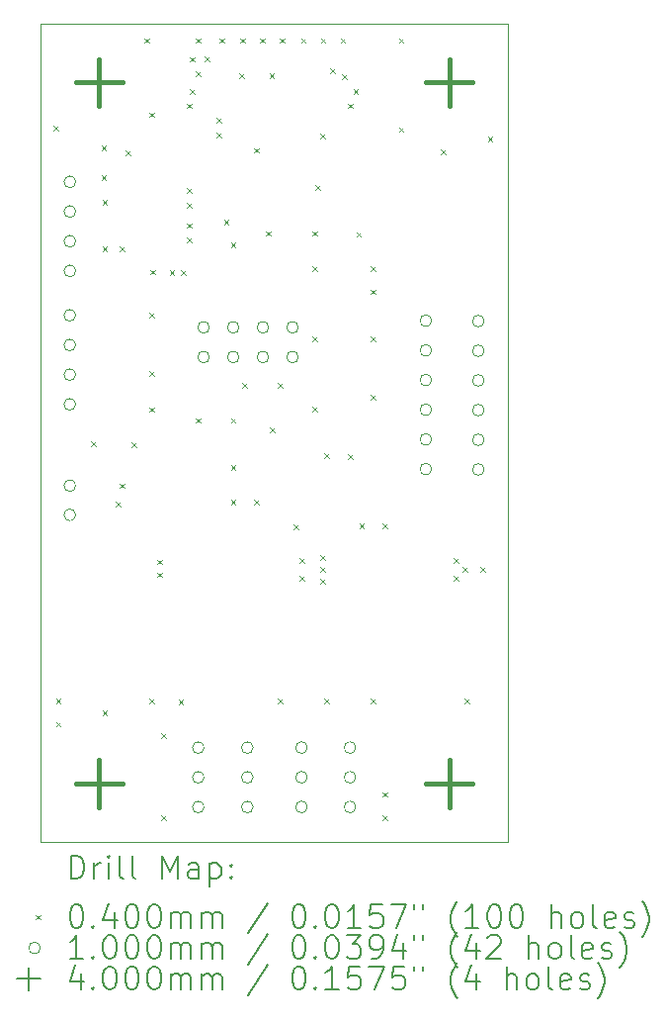
<source format=gbr>
%TF.GenerationSoftware,KiCad,Pcbnew,8.0.8*%
%TF.CreationDate,2025-02-17T10:13:49+00:00*%
%TF.ProjectId,receiver-esp32-c6,72656365-6976-4657-922d-65737033322d,rev?*%
%TF.SameCoordinates,Original*%
%TF.FileFunction,Drillmap*%
%TF.FilePolarity,Positive*%
%FSLAX45Y45*%
G04 Gerber Fmt 4.5, Leading zero omitted, Abs format (unit mm)*
G04 Created by KiCad (PCBNEW 8.0.8) date 2025-02-17 10:13:49*
%MOMM*%
%LPD*%
G01*
G04 APERTURE LIST*
%ADD10C,0.050000*%
%ADD11C,0.200000*%
%ADD12C,0.100000*%
%ADD13C,0.400000*%
G04 APERTURE END LIST*
D10*
X16250000Y-12250000D02*
X12250000Y-12250000D01*
X12250000Y-12250000D02*
X12250000Y-5250000D01*
X16250000Y-5250000D02*
X16250000Y-12250000D01*
X12250000Y-5250000D02*
X16250000Y-5250000D01*
D11*
D12*
X12360000Y-6122000D02*
X12400000Y-6162000D01*
X12400000Y-6122000D02*
X12360000Y-6162000D01*
X12380000Y-11022000D02*
X12420000Y-11062000D01*
X12420000Y-11022000D02*
X12380000Y-11062000D01*
X12380000Y-11222000D02*
X12420000Y-11262000D01*
X12420000Y-11222000D02*
X12380000Y-11262000D01*
X12680000Y-8822000D02*
X12720000Y-8862000D01*
X12720000Y-8822000D02*
X12680000Y-8862000D01*
X12770000Y-6292000D02*
X12810000Y-6332000D01*
X12810000Y-6292000D02*
X12770000Y-6332000D01*
X12770000Y-6542000D02*
X12810000Y-6582000D01*
X12810000Y-6542000D02*
X12770000Y-6582000D01*
X12780000Y-6755000D02*
X12820000Y-6795000D01*
X12820000Y-6755000D02*
X12780000Y-6795000D01*
X12780000Y-7155000D02*
X12820000Y-7195000D01*
X12820000Y-7155000D02*
X12780000Y-7195000D01*
X12780000Y-11122000D02*
X12820000Y-11162000D01*
X12820000Y-11122000D02*
X12780000Y-11162000D01*
X12894200Y-9339200D02*
X12934200Y-9379200D01*
X12934200Y-9339200D02*
X12894200Y-9379200D01*
X12930000Y-7155000D02*
X12970000Y-7195000D01*
X12970000Y-7155000D02*
X12930000Y-7195000D01*
X12930000Y-9180000D02*
X12970000Y-9220000D01*
X12970000Y-9180000D02*
X12930000Y-9220000D01*
X12980000Y-6330000D02*
X13020000Y-6370000D01*
X13020000Y-6330000D02*
X12980000Y-6370000D01*
X13030000Y-8830000D02*
X13070000Y-8870000D01*
X13070000Y-8830000D02*
X13030000Y-8870000D01*
X13140000Y-5372000D02*
X13180000Y-5412000D01*
X13180000Y-5372000D02*
X13140000Y-5412000D01*
X13180000Y-6005000D02*
X13220000Y-6045000D01*
X13220000Y-6005000D02*
X13180000Y-6045000D01*
X13180000Y-7722000D02*
X13220000Y-7762000D01*
X13220000Y-7722000D02*
X13180000Y-7762000D01*
X13180000Y-8222000D02*
X13220000Y-8262000D01*
X13220000Y-8222000D02*
X13180000Y-8262000D01*
X13180000Y-8530000D02*
X13220000Y-8570000D01*
X13220000Y-8530000D02*
X13180000Y-8570000D01*
X13180000Y-11022000D02*
X13220000Y-11062000D01*
X13220000Y-11022000D02*
X13180000Y-11062000D01*
X13190000Y-7352000D02*
X13230000Y-7392000D01*
X13230000Y-7352000D02*
X13190000Y-7392000D01*
X13250000Y-9832000D02*
X13290000Y-9872000D01*
X13290000Y-9832000D02*
X13250000Y-9872000D01*
X13250000Y-9942000D02*
X13290000Y-9982000D01*
X13290000Y-9942000D02*
X13250000Y-9982000D01*
X13280000Y-11322000D02*
X13320000Y-11362000D01*
X13320000Y-11322000D02*
X13280000Y-11362000D01*
X13280000Y-12022000D02*
X13320000Y-12062000D01*
X13320000Y-12022000D02*
X13280000Y-12062000D01*
X13355000Y-7355000D02*
X13395000Y-7395000D01*
X13395000Y-7355000D02*
X13355000Y-7395000D01*
X13430000Y-11030000D02*
X13470000Y-11070000D01*
X13470000Y-11030000D02*
X13430000Y-11070000D01*
X13455000Y-7355000D02*
X13495000Y-7395000D01*
X13495000Y-7355000D02*
X13455000Y-7395000D01*
X13505000Y-5930000D02*
X13545000Y-5970000D01*
X13545000Y-5930000D02*
X13505000Y-5970000D01*
X13505000Y-6655000D02*
X13545000Y-6695000D01*
X13545000Y-6655000D02*
X13505000Y-6695000D01*
X13505000Y-6780000D02*
X13545000Y-6820000D01*
X13545000Y-6780000D02*
X13505000Y-6820000D01*
X13505000Y-6955000D02*
X13545000Y-6995000D01*
X13545000Y-6955000D02*
X13505000Y-6995000D01*
X13505000Y-7080000D02*
X13545000Y-7120000D01*
X13545000Y-7080000D02*
X13505000Y-7120000D01*
X13530000Y-5531000D02*
X13570000Y-5571000D01*
X13570000Y-5531000D02*
X13530000Y-5571000D01*
X13530000Y-5805000D02*
X13570000Y-5845000D01*
X13570000Y-5805000D02*
X13530000Y-5845000D01*
X13580000Y-5372000D02*
X13620000Y-5412000D01*
X13620000Y-5372000D02*
X13580000Y-5412000D01*
X13580000Y-5655000D02*
X13620000Y-5695000D01*
X13620000Y-5655000D02*
X13580000Y-5695000D01*
X13580000Y-8622000D02*
X13620000Y-8662000D01*
X13620000Y-8622000D02*
X13580000Y-8662000D01*
X13655000Y-5530000D02*
X13695000Y-5570000D01*
X13695000Y-5530000D02*
X13655000Y-5570000D01*
X13755000Y-6055000D02*
X13795000Y-6095000D01*
X13795000Y-6055000D02*
X13755000Y-6095000D01*
X13755000Y-6180000D02*
X13795000Y-6220000D01*
X13795000Y-6180000D02*
X13755000Y-6220000D01*
X13780000Y-5372000D02*
X13820000Y-5412000D01*
X13820000Y-5372000D02*
X13780000Y-5412000D01*
X13820000Y-6922000D02*
X13860000Y-6962000D01*
X13860000Y-6922000D02*
X13820000Y-6962000D01*
X13880000Y-7122000D02*
X13920000Y-7162000D01*
X13920000Y-7122000D02*
X13880000Y-7162000D01*
X13880000Y-8622000D02*
X13920000Y-8662000D01*
X13920000Y-8622000D02*
X13880000Y-8662000D01*
X13880000Y-9022000D02*
X13920000Y-9062000D01*
X13920000Y-9022000D02*
X13880000Y-9062000D01*
X13880000Y-9322000D02*
X13920000Y-9362000D01*
X13920000Y-9322000D02*
X13880000Y-9362000D01*
X13950000Y-5672000D02*
X13990000Y-5712000D01*
X13990000Y-5672000D02*
X13950000Y-5712000D01*
X13960000Y-5372000D02*
X14000000Y-5412000D01*
X14000000Y-5372000D02*
X13960000Y-5412000D01*
X13980000Y-8322000D02*
X14020000Y-8362000D01*
X14020000Y-8322000D02*
X13980000Y-8362000D01*
X14080000Y-6312000D02*
X14120000Y-6352000D01*
X14120000Y-6312000D02*
X14080000Y-6352000D01*
X14080000Y-9322000D02*
X14120000Y-9362000D01*
X14120000Y-9322000D02*
X14080000Y-9362000D01*
X14130000Y-5372000D02*
X14170000Y-5412000D01*
X14170000Y-5372000D02*
X14130000Y-5412000D01*
X14180000Y-7022000D02*
X14220000Y-7062000D01*
X14220000Y-7022000D02*
X14180000Y-7062000D01*
X14210000Y-5672000D02*
X14250000Y-5712000D01*
X14250000Y-5672000D02*
X14210000Y-5712000D01*
X14215000Y-8704200D02*
X14255000Y-8744200D01*
X14255000Y-8704200D02*
X14215000Y-8744200D01*
X14280000Y-8322000D02*
X14320000Y-8362000D01*
X14320000Y-8322000D02*
X14280000Y-8362000D01*
X14280000Y-11022000D02*
X14320000Y-11062000D01*
X14320000Y-11022000D02*
X14280000Y-11062000D01*
X14300000Y-5372000D02*
X14340000Y-5412000D01*
X14340000Y-5372000D02*
X14300000Y-5412000D01*
X14418200Y-9530000D02*
X14458200Y-9570000D01*
X14458200Y-9530000D02*
X14418200Y-9570000D01*
X14469000Y-9821800D02*
X14509000Y-9861800D01*
X14509000Y-9821800D02*
X14469000Y-9861800D01*
X14469000Y-9974200D02*
X14509000Y-10014200D01*
X14509000Y-9974200D02*
X14469000Y-10014200D01*
X14480000Y-5372000D02*
X14520000Y-5412000D01*
X14520000Y-5372000D02*
X14480000Y-5412000D01*
X14580000Y-7022000D02*
X14620000Y-7062000D01*
X14620000Y-7022000D02*
X14580000Y-7062000D01*
X14580000Y-7322000D02*
X14620000Y-7362000D01*
X14620000Y-7322000D02*
X14580000Y-7362000D01*
X14580000Y-7922000D02*
X14620000Y-7962000D01*
X14620000Y-7922000D02*
X14580000Y-7962000D01*
X14580000Y-8522000D02*
X14620000Y-8562000D01*
X14620000Y-8522000D02*
X14580000Y-8562000D01*
X14605000Y-6630000D02*
X14645000Y-6670000D01*
X14645000Y-6630000D02*
X14605000Y-6670000D01*
X14646800Y-6189600D02*
X14686800Y-6229600D01*
X14686800Y-6189600D02*
X14646800Y-6229600D01*
X14646800Y-9796400D02*
X14686800Y-9836400D01*
X14686800Y-9796400D02*
X14646800Y-9836400D01*
X14646800Y-9898000D02*
X14686800Y-9938000D01*
X14686800Y-9898000D02*
X14646800Y-9938000D01*
X14646800Y-9999600D02*
X14686800Y-10039600D01*
X14686800Y-9999600D02*
X14646800Y-10039600D01*
X14650000Y-5372000D02*
X14690000Y-5412000D01*
X14690000Y-5372000D02*
X14650000Y-5412000D01*
X14680000Y-8922000D02*
X14720000Y-8962000D01*
X14720000Y-8922000D02*
X14680000Y-8962000D01*
X14680000Y-11022000D02*
X14720000Y-11062000D01*
X14720000Y-11022000D02*
X14680000Y-11062000D01*
X14730000Y-5630000D02*
X14770000Y-5670000D01*
X14770000Y-5630000D02*
X14730000Y-5670000D01*
X14820000Y-5372000D02*
X14860000Y-5412000D01*
X14860000Y-5372000D02*
X14820000Y-5412000D01*
X14830000Y-5680000D02*
X14870000Y-5720000D01*
X14870000Y-5680000D02*
X14830000Y-5720000D01*
X14880000Y-5930000D02*
X14920000Y-5970000D01*
X14920000Y-5930000D02*
X14880000Y-5970000D01*
X14880000Y-8930000D02*
X14920000Y-8970000D01*
X14920000Y-8930000D02*
X14880000Y-8970000D01*
X14930000Y-5805000D02*
X14970000Y-5845000D01*
X14970000Y-5805000D02*
X14930000Y-5845000D01*
X14955000Y-7030000D02*
X14995000Y-7070000D01*
X14995000Y-7030000D02*
X14955000Y-7070000D01*
X14980000Y-9522000D02*
X15020000Y-9562000D01*
X15020000Y-9522000D02*
X14980000Y-9562000D01*
X15080000Y-7322000D02*
X15120000Y-7362000D01*
X15120000Y-7322000D02*
X15080000Y-7362000D01*
X15080000Y-7522000D02*
X15120000Y-7562000D01*
X15120000Y-7522000D02*
X15080000Y-7562000D01*
X15080000Y-7922000D02*
X15120000Y-7962000D01*
X15120000Y-7922000D02*
X15080000Y-7962000D01*
X15080000Y-8422000D02*
X15120000Y-8462000D01*
X15120000Y-8422000D02*
X15080000Y-8462000D01*
X15080000Y-11022000D02*
X15120000Y-11062000D01*
X15120000Y-11022000D02*
X15080000Y-11062000D01*
X15180000Y-9522000D02*
X15220000Y-9562000D01*
X15220000Y-9522000D02*
X15180000Y-9562000D01*
X15180000Y-11822000D02*
X15220000Y-11862000D01*
X15220000Y-11822000D02*
X15180000Y-11862000D01*
X15180000Y-12022000D02*
X15220000Y-12062000D01*
X15220000Y-12022000D02*
X15180000Y-12062000D01*
X15320000Y-5372000D02*
X15360000Y-5412000D01*
X15360000Y-5372000D02*
X15320000Y-5412000D01*
X15320000Y-6132000D02*
X15360000Y-6172000D01*
X15360000Y-6132000D02*
X15320000Y-6172000D01*
X15680000Y-6322000D02*
X15720000Y-6362000D01*
X15720000Y-6322000D02*
X15680000Y-6362000D01*
X15789800Y-9821800D02*
X15829800Y-9861800D01*
X15829800Y-9821800D02*
X15789800Y-9861800D01*
X15789800Y-9974200D02*
X15829800Y-10014200D01*
X15829800Y-9974200D02*
X15789800Y-10014200D01*
X15866000Y-9898000D02*
X15906000Y-9938000D01*
X15906000Y-9898000D02*
X15866000Y-9938000D01*
X15880000Y-11022000D02*
X15920000Y-11062000D01*
X15920000Y-11022000D02*
X15880000Y-11062000D01*
X16018400Y-9898000D02*
X16058400Y-9938000D01*
X16058400Y-9898000D02*
X16018400Y-9938000D01*
X16080000Y-6212000D02*
X16120000Y-6252000D01*
X16120000Y-6212000D02*
X16080000Y-6252000D01*
X12550000Y-6600000D02*
G75*
G02*
X12450000Y-6600000I-50000J0D01*
G01*
X12450000Y-6600000D02*
G75*
G02*
X12550000Y-6600000I50000J0D01*
G01*
X12550000Y-6854000D02*
G75*
G02*
X12450000Y-6854000I-50000J0D01*
G01*
X12450000Y-6854000D02*
G75*
G02*
X12550000Y-6854000I50000J0D01*
G01*
X12550000Y-7108000D02*
G75*
G02*
X12450000Y-7108000I-50000J0D01*
G01*
X12450000Y-7108000D02*
G75*
G02*
X12550000Y-7108000I50000J0D01*
G01*
X12550000Y-7362000D02*
G75*
G02*
X12450000Y-7362000I-50000J0D01*
G01*
X12450000Y-7362000D02*
G75*
G02*
X12550000Y-7362000I50000J0D01*
G01*
X12550000Y-7742000D02*
G75*
G02*
X12450000Y-7742000I-50000J0D01*
G01*
X12450000Y-7742000D02*
G75*
G02*
X12550000Y-7742000I50000J0D01*
G01*
X12550000Y-7996000D02*
G75*
G02*
X12450000Y-7996000I-50000J0D01*
G01*
X12450000Y-7996000D02*
G75*
G02*
X12550000Y-7996000I50000J0D01*
G01*
X12550000Y-8250000D02*
G75*
G02*
X12450000Y-8250000I-50000J0D01*
G01*
X12450000Y-8250000D02*
G75*
G02*
X12550000Y-8250000I50000J0D01*
G01*
X12550000Y-8504000D02*
G75*
G02*
X12450000Y-8504000I-50000J0D01*
G01*
X12450000Y-8504000D02*
G75*
G02*
X12550000Y-8504000I50000J0D01*
G01*
X12550000Y-9200000D02*
G75*
G02*
X12450000Y-9200000I-50000J0D01*
G01*
X12450000Y-9200000D02*
G75*
G02*
X12550000Y-9200000I50000J0D01*
G01*
X12550000Y-9450000D02*
G75*
G02*
X12450000Y-9450000I-50000J0D01*
G01*
X12450000Y-9450000D02*
G75*
G02*
X12550000Y-9450000I50000J0D01*
G01*
X13650000Y-11442000D02*
G75*
G02*
X13550000Y-11442000I-50000J0D01*
G01*
X13550000Y-11442000D02*
G75*
G02*
X13650000Y-11442000I50000J0D01*
G01*
X13650000Y-11696000D02*
G75*
G02*
X13550000Y-11696000I-50000J0D01*
G01*
X13550000Y-11696000D02*
G75*
G02*
X13650000Y-11696000I50000J0D01*
G01*
X13650000Y-11950000D02*
G75*
G02*
X13550000Y-11950000I-50000J0D01*
G01*
X13550000Y-11950000D02*
G75*
G02*
X13650000Y-11950000I50000J0D01*
G01*
X13696000Y-7846000D02*
G75*
G02*
X13596000Y-7846000I-50000J0D01*
G01*
X13596000Y-7846000D02*
G75*
G02*
X13696000Y-7846000I50000J0D01*
G01*
X13696000Y-8100000D02*
G75*
G02*
X13596000Y-8100000I-50000J0D01*
G01*
X13596000Y-8100000D02*
G75*
G02*
X13696000Y-8100000I50000J0D01*
G01*
X13950000Y-7846000D02*
G75*
G02*
X13850000Y-7846000I-50000J0D01*
G01*
X13850000Y-7846000D02*
G75*
G02*
X13950000Y-7846000I50000J0D01*
G01*
X13950000Y-8100000D02*
G75*
G02*
X13850000Y-8100000I-50000J0D01*
G01*
X13850000Y-8100000D02*
G75*
G02*
X13950000Y-8100000I50000J0D01*
G01*
X14070000Y-11442000D02*
G75*
G02*
X13970000Y-11442000I-50000J0D01*
G01*
X13970000Y-11442000D02*
G75*
G02*
X14070000Y-11442000I50000J0D01*
G01*
X14070000Y-11696000D02*
G75*
G02*
X13970000Y-11696000I-50000J0D01*
G01*
X13970000Y-11696000D02*
G75*
G02*
X14070000Y-11696000I50000J0D01*
G01*
X14070000Y-11950000D02*
G75*
G02*
X13970000Y-11950000I-50000J0D01*
G01*
X13970000Y-11950000D02*
G75*
G02*
X14070000Y-11950000I50000J0D01*
G01*
X14204000Y-7846000D02*
G75*
G02*
X14104000Y-7846000I-50000J0D01*
G01*
X14104000Y-7846000D02*
G75*
G02*
X14204000Y-7846000I50000J0D01*
G01*
X14204000Y-8100000D02*
G75*
G02*
X14104000Y-8100000I-50000J0D01*
G01*
X14104000Y-8100000D02*
G75*
G02*
X14204000Y-8100000I50000J0D01*
G01*
X14458000Y-7846000D02*
G75*
G02*
X14358000Y-7846000I-50000J0D01*
G01*
X14358000Y-7846000D02*
G75*
G02*
X14458000Y-7846000I50000J0D01*
G01*
X14458000Y-8100000D02*
G75*
G02*
X14358000Y-8100000I-50000J0D01*
G01*
X14358000Y-8100000D02*
G75*
G02*
X14458000Y-8100000I50000J0D01*
G01*
X14535000Y-11442000D02*
G75*
G02*
X14435000Y-11442000I-50000J0D01*
G01*
X14435000Y-11442000D02*
G75*
G02*
X14535000Y-11442000I50000J0D01*
G01*
X14535000Y-11696000D02*
G75*
G02*
X14435000Y-11696000I-50000J0D01*
G01*
X14435000Y-11696000D02*
G75*
G02*
X14535000Y-11696000I50000J0D01*
G01*
X14535000Y-11950000D02*
G75*
G02*
X14435000Y-11950000I-50000J0D01*
G01*
X14435000Y-11950000D02*
G75*
G02*
X14535000Y-11950000I50000J0D01*
G01*
X14950000Y-11442000D02*
G75*
G02*
X14850000Y-11442000I-50000J0D01*
G01*
X14850000Y-11442000D02*
G75*
G02*
X14950000Y-11442000I50000J0D01*
G01*
X14950000Y-11696000D02*
G75*
G02*
X14850000Y-11696000I-50000J0D01*
G01*
X14850000Y-11696000D02*
G75*
G02*
X14950000Y-11696000I50000J0D01*
G01*
X14950000Y-11950000D02*
G75*
G02*
X14850000Y-11950000I-50000J0D01*
G01*
X14850000Y-11950000D02*
G75*
G02*
X14950000Y-11950000I50000J0D01*
G01*
X15600000Y-7788000D02*
G75*
G02*
X15500000Y-7788000I-50000J0D01*
G01*
X15500000Y-7788000D02*
G75*
G02*
X15600000Y-7788000I50000J0D01*
G01*
X15600000Y-8042000D02*
G75*
G02*
X15500000Y-8042000I-50000J0D01*
G01*
X15500000Y-8042000D02*
G75*
G02*
X15600000Y-8042000I50000J0D01*
G01*
X15600000Y-8296000D02*
G75*
G02*
X15500000Y-8296000I-50000J0D01*
G01*
X15500000Y-8296000D02*
G75*
G02*
X15600000Y-8296000I50000J0D01*
G01*
X15600000Y-8550000D02*
G75*
G02*
X15500000Y-8550000I-50000J0D01*
G01*
X15500000Y-8550000D02*
G75*
G02*
X15600000Y-8550000I50000J0D01*
G01*
X15600000Y-8804000D02*
G75*
G02*
X15500000Y-8804000I-50000J0D01*
G01*
X15500000Y-8804000D02*
G75*
G02*
X15600000Y-8804000I50000J0D01*
G01*
X15600000Y-9058000D02*
G75*
G02*
X15500000Y-9058000I-50000J0D01*
G01*
X15500000Y-9058000D02*
G75*
G02*
X15600000Y-9058000I50000J0D01*
G01*
X16050000Y-7792000D02*
G75*
G02*
X15950000Y-7792000I-50000J0D01*
G01*
X15950000Y-7792000D02*
G75*
G02*
X16050000Y-7792000I50000J0D01*
G01*
X16050000Y-8046000D02*
G75*
G02*
X15950000Y-8046000I-50000J0D01*
G01*
X15950000Y-8046000D02*
G75*
G02*
X16050000Y-8046000I50000J0D01*
G01*
X16050000Y-8300000D02*
G75*
G02*
X15950000Y-8300000I-50000J0D01*
G01*
X15950000Y-8300000D02*
G75*
G02*
X16050000Y-8300000I50000J0D01*
G01*
X16050000Y-8554000D02*
G75*
G02*
X15950000Y-8554000I-50000J0D01*
G01*
X15950000Y-8554000D02*
G75*
G02*
X16050000Y-8554000I50000J0D01*
G01*
X16050000Y-8808000D02*
G75*
G02*
X15950000Y-8808000I-50000J0D01*
G01*
X15950000Y-8808000D02*
G75*
G02*
X16050000Y-8808000I50000J0D01*
G01*
X16050000Y-9062000D02*
G75*
G02*
X15950000Y-9062000I-50000J0D01*
G01*
X15950000Y-9062000D02*
G75*
G02*
X16050000Y-9062000I50000J0D01*
G01*
D13*
X12750000Y-5550000D02*
X12750000Y-5950000D01*
X12550000Y-5750000D02*
X12950000Y-5750000D01*
X12750000Y-11550000D02*
X12750000Y-11950000D01*
X12550000Y-11750000D02*
X12950000Y-11750000D01*
X15750000Y-5550000D02*
X15750000Y-5950000D01*
X15550000Y-5750000D02*
X15950000Y-5750000D01*
X15750000Y-11550000D02*
X15750000Y-11950000D01*
X15550000Y-11750000D02*
X15950000Y-11750000D01*
D11*
X12508277Y-12563984D02*
X12508277Y-12363984D01*
X12508277Y-12363984D02*
X12555896Y-12363984D01*
X12555896Y-12363984D02*
X12584467Y-12373508D01*
X12584467Y-12373508D02*
X12603515Y-12392555D01*
X12603515Y-12392555D02*
X12613039Y-12411603D01*
X12613039Y-12411603D02*
X12622562Y-12449698D01*
X12622562Y-12449698D02*
X12622562Y-12478269D01*
X12622562Y-12478269D02*
X12613039Y-12516365D01*
X12613039Y-12516365D02*
X12603515Y-12535412D01*
X12603515Y-12535412D02*
X12584467Y-12554460D01*
X12584467Y-12554460D02*
X12555896Y-12563984D01*
X12555896Y-12563984D02*
X12508277Y-12563984D01*
X12708277Y-12563984D02*
X12708277Y-12430650D01*
X12708277Y-12468746D02*
X12717801Y-12449698D01*
X12717801Y-12449698D02*
X12727324Y-12440174D01*
X12727324Y-12440174D02*
X12746372Y-12430650D01*
X12746372Y-12430650D02*
X12765420Y-12430650D01*
X12832086Y-12563984D02*
X12832086Y-12430650D01*
X12832086Y-12363984D02*
X12822562Y-12373508D01*
X12822562Y-12373508D02*
X12832086Y-12383031D01*
X12832086Y-12383031D02*
X12841610Y-12373508D01*
X12841610Y-12373508D02*
X12832086Y-12363984D01*
X12832086Y-12363984D02*
X12832086Y-12383031D01*
X12955896Y-12563984D02*
X12936848Y-12554460D01*
X12936848Y-12554460D02*
X12927324Y-12535412D01*
X12927324Y-12535412D02*
X12927324Y-12363984D01*
X13060658Y-12563984D02*
X13041610Y-12554460D01*
X13041610Y-12554460D02*
X13032086Y-12535412D01*
X13032086Y-12535412D02*
X13032086Y-12363984D01*
X13289229Y-12563984D02*
X13289229Y-12363984D01*
X13289229Y-12363984D02*
X13355896Y-12506841D01*
X13355896Y-12506841D02*
X13422562Y-12363984D01*
X13422562Y-12363984D02*
X13422562Y-12563984D01*
X13603515Y-12563984D02*
X13603515Y-12459222D01*
X13603515Y-12459222D02*
X13593991Y-12440174D01*
X13593991Y-12440174D02*
X13574943Y-12430650D01*
X13574943Y-12430650D02*
X13536848Y-12430650D01*
X13536848Y-12430650D02*
X13517801Y-12440174D01*
X13603515Y-12554460D02*
X13584467Y-12563984D01*
X13584467Y-12563984D02*
X13536848Y-12563984D01*
X13536848Y-12563984D02*
X13517801Y-12554460D01*
X13517801Y-12554460D02*
X13508277Y-12535412D01*
X13508277Y-12535412D02*
X13508277Y-12516365D01*
X13508277Y-12516365D02*
X13517801Y-12497317D01*
X13517801Y-12497317D02*
X13536848Y-12487793D01*
X13536848Y-12487793D02*
X13584467Y-12487793D01*
X13584467Y-12487793D02*
X13603515Y-12478269D01*
X13698753Y-12430650D02*
X13698753Y-12630650D01*
X13698753Y-12440174D02*
X13717801Y-12430650D01*
X13717801Y-12430650D02*
X13755896Y-12430650D01*
X13755896Y-12430650D02*
X13774943Y-12440174D01*
X13774943Y-12440174D02*
X13784467Y-12449698D01*
X13784467Y-12449698D02*
X13793991Y-12468746D01*
X13793991Y-12468746D02*
X13793991Y-12525888D01*
X13793991Y-12525888D02*
X13784467Y-12544936D01*
X13784467Y-12544936D02*
X13774943Y-12554460D01*
X13774943Y-12554460D02*
X13755896Y-12563984D01*
X13755896Y-12563984D02*
X13717801Y-12563984D01*
X13717801Y-12563984D02*
X13698753Y-12554460D01*
X13879705Y-12544936D02*
X13889229Y-12554460D01*
X13889229Y-12554460D02*
X13879705Y-12563984D01*
X13879705Y-12563984D02*
X13870182Y-12554460D01*
X13870182Y-12554460D02*
X13879705Y-12544936D01*
X13879705Y-12544936D02*
X13879705Y-12563984D01*
X13879705Y-12440174D02*
X13889229Y-12449698D01*
X13889229Y-12449698D02*
X13879705Y-12459222D01*
X13879705Y-12459222D02*
X13870182Y-12449698D01*
X13870182Y-12449698D02*
X13879705Y-12440174D01*
X13879705Y-12440174D02*
X13879705Y-12459222D01*
D12*
X12207500Y-12872500D02*
X12247500Y-12912500D01*
X12247500Y-12872500D02*
X12207500Y-12912500D01*
D11*
X12546372Y-12783984D02*
X12565420Y-12783984D01*
X12565420Y-12783984D02*
X12584467Y-12793508D01*
X12584467Y-12793508D02*
X12593991Y-12803031D01*
X12593991Y-12803031D02*
X12603515Y-12822079D01*
X12603515Y-12822079D02*
X12613039Y-12860174D01*
X12613039Y-12860174D02*
X12613039Y-12907793D01*
X12613039Y-12907793D02*
X12603515Y-12945888D01*
X12603515Y-12945888D02*
X12593991Y-12964936D01*
X12593991Y-12964936D02*
X12584467Y-12974460D01*
X12584467Y-12974460D02*
X12565420Y-12983984D01*
X12565420Y-12983984D02*
X12546372Y-12983984D01*
X12546372Y-12983984D02*
X12527324Y-12974460D01*
X12527324Y-12974460D02*
X12517801Y-12964936D01*
X12517801Y-12964936D02*
X12508277Y-12945888D01*
X12508277Y-12945888D02*
X12498753Y-12907793D01*
X12498753Y-12907793D02*
X12498753Y-12860174D01*
X12498753Y-12860174D02*
X12508277Y-12822079D01*
X12508277Y-12822079D02*
X12517801Y-12803031D01*
X12517801Y-12803031D02*
X12527324Y-12793508D01*
X12527324Y-12793508D02*
X12546372Y-12783984D01*
X12698753Y-12964936D02*
X12708277Y-12974460D01*
X12708277Y-12974460D02*
X12698753Y-12983984D01*
X12698753Y-12983984D02*
X12689229Y-12974460D01*
X12689229Y-12974460D02*
X12698753Y-12964936D01*
X12698753Y-12964936D02*
X12698753Y-12983984D01*
X12879705Y-12850650D02*
X12879705Y-12983984D01*
X12832086Y-12774460D02*
X12784467Y-12917317D01*
X12784467Y-12917317D02*
X12908277Y-12917317D01*
X13022562Y-12783984D02*
X13041610Y-12783984D01*
X13041610Y-12783984D02*
X13060658Y-12793508D01*
X13060658Y-12793508D02*
X13070182Y-12803031D01*
X13070182Y-12803031D02*
X13079705Y-12822079D01*
X13079705Y-12822079D02*
X13089229Y-12860174D01*
X13089229Y-12860174D02*
X13089229Y-12907793D01*
X13089229Y-12907793D02*
X13079705Y-12945888D01*
X13079705Y-12945888D02*
X13070182Y-12964936D01*
X13070182Y-12964936D02*
X13060658Y-12974460D01*
X13060658Y-12974460D02*
X13041610Y-12983984D01*
X13041610Y-12983984D02*
X13022562Y-12983984D01*
X13022562Y-12983984D02*
X13003515Y-12974460D01*
X13003515Y-12974460D02*
X12993991Y-12964936D01*
X12993991Y-12964936D02*
X12984467Y-12945888D01*
X12984467Y-12945888D02*
X12974943Y-12907793D01*
X12974943Y-12907793D02*
X12974943Y-12860174D01*
X12974943Y-12860174D02*
X12984467Y-12822079D01*
X12984467Y-12822079D02*
X12993991Y-12803031D01*
X12993991Y-12803031D02*
X13003515Y-12793508D01*
X13003515Y-12793508D02*
X13022562Y-12783984D01*
X13213039Y-12783984D02*
X13232086Y-12783984D01*
X13232086Y-12783984D02*
X13251134Y-12793508D01*
X13251134Y-12793508D02*
X13260658Y-12803031D01*
X13260658Y-12803031D02*
X13270182Y-12822079D01*
X13270182Y-12822079D02*
X13279705Y-12860174D01*
X13279705Y-12860174D02*
X13279705Y-12907793D01*
X13279705Y-12907793D02*
X13270182Y-12945888D01*
X13270182Y-12945888D02*
X13260658Y-12964936D01*
X13260658Y-12964936D02*
X13251134Y-12974460D01*
X13251134Y-12974460D02*
X13232086Y-12983984D01*
X13232086Y-12983984D02*
X13213039Y-12983984D01*
X13213039Y-12983984D02*
X13193991Y-12974460D01*
X13193991Y-12974460D02*
X13184467Y-12964936D01*
X13184467Y-12964936D02*
X13174943Y-12945888D01*
X13174943Y-12945888D02*
X13165420Y-12907793D01*
X13165420Y-12907793D02*
X13165420Y-12860174D01*
X13165420Y-12860174D02*
X13174943Y-12822079D01*
X13174943Y-12822079D02*
X13184467Y-12803031D01*
X13184467Y-12803031D02*
X13193991Y-12793508D01*
X13193991Y-12793508D02*
X13213039Y-12783984D01*
X13365420Y-12983984D02*
X13365420Y-12850650D01*
X13365420Y-12869698D02*
X13374943Y-12860174D01*
X13374943Y-12860174D02*
X13393991Y-12850650D01*
X13393991Y-12850650D02*
X13422563Y-12850650D01*
X13422563Y-12850650D02*
X13441610Y-12860174D01*
X13441610Y-12860174D02*
X13451134Y-12879222D01*
X13451134Y-12879222D02*
X13451134Y-12983984D01*
X13451134Y-12879222D02*
X13460658Y-12860174D01*
X13460658Y-12860174D02*
X13479705Y-12850650D01*
X13479705Y-12850650D02*
X13508277Y-12850650D01*
X13508277Y-12850650D02*
X13527324Y-12860174D01*
X13527324Y-12860174D02*
X13536848Y-12879222D01*
X13536848Y-12879222D02*
X13536848Y-12983984D01*
X13632086Y-12983984D02*
X13632086Y-12850650D01*
X13632086Y-12869698D02*
X13641610Y-12860174D01*
X13641610Y-12860174D02*
X13660658Y-12850650D01*
X13660658Y-12850650D02*
X13689229Y-12850650D01*
X13689229Y-12850650D02*
X13708277Y-12860174D01*
X13708277Y-12860174D02*
X13717801Y-12879222D01*
X13717801Y-12879222D02*
X13717801Y-12983984D01*
X13717801Y-12879222D02*
X13727324Y-12860174D01*
X13727324Y-12860174D02*
X13746372Y-12850650D01*
X13746372Y-12850650D02*
X13774943Y-12850650D01*
X13774943Y-12850650D02*
X13793991Y-12860174D01*
X13793991Y-12860174D02*
X13803515Y-12879222D01*
X13803515Y-12879222D02*
X13803515Y-12983984D01*
X14193991Y-12774460D02*
X14022563Y-13031603D01*
X14451134Y-12783984D02*
X14470182Y-12783984D01*
X14470182Y-12783984D02*
X14489229Y-12793508D01*
X14489229Y-12793508D02*
X14498753Y-12803031D01*
X14498753Y-12803031D02*
X14508277Y-12822079D01*
X14508277Y-12822079D02*
X14517801Y-12860174D01*
X14517801Y-12860174D02*
X14517801Y-12907793D01*
X14517801Y-12907793D02*
X14508277Y-12945888D01*
X14508277Y-12945888D02*
X14498753Y-12964936D01*
X14498753Y-12964936D02*
X14489229Y-12974460D01*
X14489229Y-12974460D02*
X14470182Y-12983984D01*
X14470182Y-12983984D02*
X14451134Y-12983984D01*
X14451134Y-12983984D02*
X14432086Y-12974460D01*
X14432086Y-12974460D02*
X14422563Y-12964936D01*
X14422563Y-12964936D02*
X14413039Y-12945888D01*
X14413039Y-12945888D02*
X14403515Y-12907793D01*
X14403515Y-12907793D02*
X14403515Y-12860174D01*
X14403515Y-12860174D02*
X14413039Y-12822079D01*
X14413039Y-12822079D02*
X14422563Y-12803031D01*
X14422563Y-12803031D02*
X14432086Y-12793508D01*
X14432086Y-12793508D02*
X14451134Y-12783984D01*
X14603515Y-12964936D02*
X14613039Y-12974460D01*
X14613039Y-12974460D02*
X14603515Y-12983984D01*
X14603515Y-12983984D02*
X14593991Y-12974460D01*
X14593991Y-12974460D02*
X14603515Y-12964936D01*
X14603515Y-12964936D02*
X14603515Y-12983984D01*
X14736848Y-12783984D02*
X14755896Y-12783984D01*
X14755896Y-12783984D02*
X14774944Y-12793508D01*
X14774944Y-12793508D02*
X14784467Y-12803031D01*
X14784467Y-12803031D02*
X14793991Y-12822079D01*
X14793991Y-12822079D02*
X14803515Y-12860174D01*
X14803515Y-12860174D02*
X14803515Y-12907793D01*
X14803515Y-12907793D02*
X14793991Y-12945888D01*
X14793991Y-12945888D02*
X14784467Y-12964936D01*
X14784467Y-12964936D02*
X14774944Y-12974460D01*
X14774944Y-12974460D02*
X14755896Y-12983984D01*
X14755896Y-12983984D02*
X14736848Y-12983984D01*
X14736848Y-12983984D02*
X14717801Y-12974460D01*
X14717801Y-12974460D02*
X14708277Y-12964936D01*
X14708277Y-12964936D02*
X14698753Y-12945888D01*
X14698753Y-12945888D02*
X14689229Y-12907793D01*
X14689229Y-12907793D02*
X14689229Y-12860174D01*
X14689229Y-12860174D02*
X14698753Y-12822079D01*
X14698753Y-12822079D02*
X14708277Y-12803031D01*
X14708277Y-12803031D02*
X14717801Y-12793508D01*
X14717801Y-12793508D02*
X14736848Y-12783984D01*
X14993991Y-12983984D02*
X14879706Y-12983984D01*
X14936848Y-12983984D02*
X14936848Y-12783984D01*
X14936848Y-12783984D02*
X14917801Y-12812555D01*
X14917801Y-12812555D02*
X14898753Y-12831603D01*
X14898753Y-12831603D02*
X14879706Y-12841127D01*
X15174944Y-12783984D02*
X15079706Y-12783984D01*
X15079706Y-12783984D02*
X15070182Y-12879222D01*
X15070182Y-12879222D02*
X15079706Y-12869698D01*
X15079706Y-12869698D02*
X15098753Y-12860174D01*
X15098753Y-12860174D02*
X15146372Y-12860174D01*
X15146372Y-12860174D02*
X15165420Y-12869698D01*
X15165420Y-12869698D02*
X15174944Y-12879222D01*
X15174944Y-12879222D02*
X15184467Y-12898269D01*
X15184467Y-12898269D02*
X15184467Y-12945888D01*
X15184467Y-12945888D02*
X15174944Y-12964936D01*
X15174944Y-12964936D02*
X15165420Y-12974460D01*
X15165420Y-12974460D02*
X15146372Y-12983984D01*
X15146372Y-12983984D02*
X15098753Y-12983984D01*
X15098753Y-12983984D02*
X15079706Y-12974460D01*
X15079706Y-12974460D02*
X15070182Y-12964936D01*
X15251134Y-12783984D02*
X15384467Y-12783984D01*
X15384467Y-12783984D02*
X15298753Y-12983984D01*
X15451134Y-12783984D02*
X15451134Y-12822079D01*
X15527325Y-12783984D02*
X15527325Y-12822079D01*
X15822563Y-13060174D02*
X15813039Y-13050650D01*
X15813039Y-13050650D02*
X15793991Y-13022079D01*
X15793991Y-13022079D02*
X15784468Y-13003031D01*
X15784468Y-13003031D02*
X15774944Y-12974460D01*
X15774944Y-12974460D02*
X15765420Y-12926841D01*
X15765420Y-12926841D02*
X15765420Y-12888746D01*
X15765420Y-12888746D02*
X15774944Y-12841127D01*
X15774944Y-12841127D02*
X15784468Y-12812555D01*
X15784468Y-12812555D02*
X15793991Y-12793508D01*
X15793991Y-12793508D02*
X15813039Y-12764936D01*
X15813039Y-12764936D02*
X15822563Y-12755412D01*
X16003515Y-12983984D02*
X15889229Y-12983984D01*
X15946372Y-12983984D02*
X15946372Y-12783984D01*
X15946372Y-12783984D02*
X15927325Y-12812555D01*
X15927325Y-12812555D02*
X15908277Y-12831603D01*
X15908277Y-12831603D02*
X15889229Y-12841127D01*
X16127325Y-12783984D02*
X16146372Y-12783984D01*
X16146372Y-12783984D02*
X16165420Y-12793508D01*
X16165420Y-12793508D02*
X16174944Y-12803031D01*
X16174944Y-12803031D02*
X16184468Y-12822079D01*
X16184468Y-12822079D02*
X16193991Y-12860174D01*
X16193991Y-12860174D02*
X16193991Y-12907793D01*
X16193991Y-12907793D02*
X16184468Y-12945888D01*
X16184468Y-12945888D02*
X16174944Y-12964936D01*
X16174944Y-12964936D02*
X16165420Y-12974460D01*
X16165420Y-12974460D02*
X16146372Y-12983984D01*
X16146372Y-12983984D02*
X16127325Y-12983984D01*
X16127325Y-12983984D02*
X16108277Y-12974460D01*
X16108277Y-12974460D02*
X16098753Y-12964936D01*
X16098753Y-12964936D02*
X16089229Y-12945888D01*
X16089229Y-12945888D02*
X16079706Y-12907793D01*
X16079706Y-12907793D02*
X16079706Y-12860174D01*
X16079706Y-12860174D02*
X16089229Y-12822079D01*
X16089229Y-12822079D02*
X16098753Y-12803031D01*
X16098753Y-12803031D02*
X16108277Y-12793508D01*
X16108277Y-12793508D02*
X16127325Y-12783984D01*
X16317801Y-12783984D02*
X16336849Y-12783984D01*
X16336849Y-12783984D02*
X16355896Y-12793508D01*
X16355896Y-12793508D02*
X16365420Y-12803031D01*
X16365420Y-12803031D02*
X16374944Y-12822079D01*
X16374944Y-12822079D02*
X16384468Y-12860174D01*
X16384468Y-12860174D02*
X16384468Y-12907793D01*
X16384468Y-12907793D02*
X16374944Y-12945888D01*
X16374944Y-12945888D02*
X16365420Y-12964936D01*
X16365420Y-12964936D02*
X16355896Y-12974460D01*
X16355896Y-12974460D02*
X16336849Y-12983984D01*
X16336849Y-12983984D02*
X16317801Y-12983984D01*
X16317801Y-12983984D02*
X16298753Y-12974460D01*
X16298753Y-12974460D02*
X16289229Y-12964936D01*
X16289229Y-12964936D02*
X16279706Y-12945888D01*
X16279706Y-12945888D02*
X16270182Y-12907793D01*
X16270182Y-12907793D02*
X16270182Y-12860174D01*
X16270182Y-12860174D02*
X16279706Y-12822079D01*
X16279706Y-12822079D02*
X16289229Y-12803031D01*
X16289229Y-12803031D02*
X16298753Y-12793508D01*
X16298753Y-12793508D02*
X16317801Y-12783984D01*
X16622563Y-12983984D02*
X16622563Y-12783984D01*
X16708277Y-12983984D02*
X16708277Y-12879222D01*
X16708277Y-12879222D02*
X16698753Y-12860174D01*
X16698753Y-12860174D02*
X16679706Y-12850650D01*
X16679706Y-12850650D02*
X16651134Y-12850650D01*
X16651134Y-12850650D02*
X16632087Y-12860174D01*
X16632087Y-12860174D02*
X16622563Y-12869698D01*
X16832087Y-12983984D02*
X16813039Y-12974460D01*
X16813039Y-12974460D02*
X16803515Y-12964936D01*
X16803515Y-12964936D02*
X16793992Y-12945888D01*
X16793992Y-12945888D02*
X16793992Y-12888746D01*
X16793992Y-12888746D02*
X16803515Y-12869698D01*
X16803515Y-12869698D02*
X16813039Y-12860174D01*
X16813039Y-12860174D02*
X16832087Y-12850650D01*
X16832087Y-12850650D02*
X16860658Y-12850650D01*
X16860658Y-12850650D02*
X16879706Y-12860174D01*
X16879706Y-12860174D02*
X16889230Y-12869698D01*
X16889230Y-12869698D02*
X16898753Y-12888746D01*
X16898753Y-12888746D02*
X16898753Y-12945888D01*
X16898753Y-12945888D02*
X16889230Y-12964936D01*
X16889230Y-12964936D02*
X16879706Y-12974460D01*
X16879706Y-12974460D02*
X16860658Y-12983984D01*
X16860658Y-12983984D02*
X16832087Y-12983984D01*
X17013039Y-12983984D02*
X16993992Y-12974460D01*
X16993992Y-12974460D02*
X16984468Y-12955412D01*
X16984468Y-12955412D02*
X16984468Y-12783984D01*
X17165420Y-12974460D02*
X17146373Y-12983984D01*
X17146373Y-12983984D02*
X17108277Y-12983984D01*
X17108277Y-12983984D02*
X17089230Y-12974460D01*
X17089230Y-12974460D02*
X17079706Y-12955412D01*
X17079706Y-12955412D02*
X17079706Y-12879222D01*
X17079706Y-12879222D02*
X17089230Y-12860174D01*
X17089230Y-12860174D02*
X17108277Y-12850650D01*
X17108277Y-12850650D02*
X17146373Y-12850650D01*
X17146373Y-12850650D02*
X17165420Y-12860174D01*
X17165420Y-12860174D02*
X17174944Y-12879222D01*
X17174944Y-12879222D02*
X17174944Y-12898269D01*
X17174944Y-12898269D02*
X17079706Y-12917317D01*
X17251134Y-12974460D02*
X17270182Y-12983984D01*
X17270182Y-12983984D02*
X17308277Y-12983984D01*
X17308277Y-12983984D02*
X17327325Y-12974460D01*
X17327325Y-12974460D02*
X17336849Y-12955412D01*
X17336849Y-12955412D02*
X17336849Y-12945888D01*
X17336849Y-12945888D02*
X17327325Y-12926841D01*
X17327325Y-12926841D02*
X17308277Y-12917317D01*
X17308277Y-12917317D02*
X17279706Y-12917317D01*
X17279706Y-12917317D02*
X17260658Y-12907793D01*
X17260658Y-12907793D02*
X17251134Y-12888746D01*
X17251134Y-12888746D02*
X17251134Y-12879222D01*
X17251134Y-12879222D02*
X17260658Y-12860174D01*
X17260658Y-12860174D02*
X17279706Y-12850650D01*
X17279706Y-12850650D02*
X17308277Y-12850650D01*
X17308277Y-12850650D02*
X17327325Y-12860174D01*
X17403515Y-13060174D02*
X17413039Y-13050650D01*
X17413039Y-13050650D02*
X17432087Y-13022079D01*
X17432087Y-13022079D02*
X17441611Y-13003031D01*
X17441611Y-13003031D02*
X17451134Y-12974460D01*
X17451134Y-12974460D02*
X17460658Y-12926841D01*
X17460658Y-12926841D02*
X17460658Y-12888746D01*
X17460658Y-12888746D02*
X17451134Y-12841127D01*
X17451134Y-12841127D02*
X17441611Y-12812555D01*
X17441611Y-12812555D02*
X17432087Y-12793508D01*
X17432087Y-12793508D02*
X17413039Y-12764936D01*
X17413039Y-12764936D02*
X17403515Y-12755412D01*
D12*
X12247500Y-13156500D02*
G75*
G02*
X12147500Y-13156500I-50000J0D01*
G01*
X12147500Y-13156500D02*
G75*
G02*
X12247500Y-13156500I50000J0D01*
G01*
D11*
X12613039Y-13247984D02*
X12498753Y-13247984D01*
X12555896Y-13247984D02*
X12555896Y-13047984D01*
X12555896Y-13047984D02*
X12536848Y-13076555D01*
X12536848Y-13076555D02*
X12517801Y-13095603D01*
X12517801Y-13095603D02*
X12498753Y-13105127D01*
X12698753Y-13228936D02*
X12708277Y-13238460D01*
X12708277Y-13238460D02*
X12698753Y-13247984D01*
X12698753Y-13247984D02*
X12689229Y-13238460D01*
X12689229Y-13238460D02*
X12698753Y-13228936D01*
X12698753Y-13228936D02*
X12698753Y-13247984D01*
X12832086Y-13047984D02*
X12851134Y-13047984D01*
X12851134Y-13047984D02*
X12870182Y-13057508D01*
X12870182Y-13057508D02*
X12879705Y-13067031D01*
X12879705Y-13067031D02*
X12889229Y-13086079D01*
X12889229Y-13086079D02*
X12898753Y-13124174D01*
X12898753Y-13124174D02*
X12898753Y-13171793D01*
X12898753Y-13171793D02*
X12889229Y-13209888D01*
X12889229Y-13209888D02*
X12879705Y-13228936D01*
X12879705Y-13228936D02*
X12870182Y-13238460D01*
X12870182Y-13238460D02*
X12851134Y-13247984D01*
X12851134Y-13247984D02*
X12832086Y-13247984D01*
X12832086Y-13247984D02*
X12813039Y-13238460D01*
X12813039Y-13238460D02*
X12803515Y-13228936D01*
X12803515Y-13228936D02*
X12793991Y-13209888D01*
X12793991Y-13209888D02*
X12784467Y-13171793D01*
X12784467Y-13171793D02*
X12784467Y-13124174D01*
X12784467Y-13124174D02*
X12793991Y-13086079D01*
X12793991Y-13086079D02*
X12803515Y-13067031D01*
X12803515Y-13067031D02*
X12813039Y-13057508D01*
X12813039Y-13057508D02*
X12832086Y-13047984D01*
X13022562Y-13047984D02*
X13041610Y-13047984D01*
X13041610Y-13047984D02*
X13060658Y-13057508D01*
X13060658Y-13057508D02*
X13070182Y-13067031D01*
X13070182Y-13067031D02*
X13079705Y-13086079D01*
X13079705Y-13086079D02*
X13089229Y-13124174D01*
X13089229Y-13124174D02*
X13089229Y-13171793D01*
X13089229Y-13171793D02*
X13079705Y-13209888D01*
X13079705Y-13209888D02*
X13070182Y-13228936D01*
X13070182Y-13228936D02*
X13060658Y-13238460D01*
X13060658Y-13238460D02*
X13041610Y-13247984D01*
X13041610Y-13247984D02*
X13022562Y-13247984D01*
X13022562Y-13247984D02*
X13003515Y-13238460D01*
X13003515Y-13238460D02*
X12993991Y-13228936D01*
X12993991Y-13228936D02*
X12984467Y-13209888D01*
X12984467Y-13209888D02*
X12974943Y-13171793D01*
X12974943Y-13171793D02*
X12974943Y-13124174D01*
X12974943Y-13124174D02*
X12984467Y-13086079D01*
X12984467Y-13086079D02*
X12993991Y-13067031D01*
X12993991Y-13067031D02*
X13003515Y-13057508D01*
X13003515Y-13057508D02*
X13022562Y-13047984D01*
X13213039Y-13047984D02*
X13232086Y-13047984D01*
X13232086Y-13047984D02*
X13251134Y-13057508D01*
X13251134Y-13057508D02*
X13260658Y-13067031D01*
X13260658Y-13067031D02*
X13270182Y-13086079D01*
X13270182Y-13086079D02*
X13279705Y-13124174D01*
X13279705Y-13124174D02*
X13279705Y-13171793D01*
X13279705Y-13171793D02*
X13270182Y-13209888D01*
X13270182Y-13209888D02*
X13260658Y-13228936D01*
X13260658Y-13228936D02*
X13251134Y-13238460D01*
X13251134Y-13238460D02*
X13232086Y-13247984D01*
X13232086Y-13247984D02*
X13213039Y-13247984D01*
X13213039Y-13247984D02*
X13193991Y-13238460D01*
X13193991Y-13238460D02*
X13184467Y-13228936D01*
X13184467Y-13228936D02*
X13174943Y-13209888D01*
X13174943Y-13209888D02*
X13165420Y-13171793D01*
X13165420Y-13171793D02*
X13165420Y-13124174D01*
X13165420Y-13124174D02*
X13174943Y-13086079D01*
X13174943Y-13086079D02*
X13184467Y-13067031D01*
X13184467Y-13067031D02*
X13193991Y-13057508D01*
X13193991Y-13057508D02*
X13213039Y-13047984D01*
X13365420Y-13247984D02*
X13365420Y-13114650D01*
X13365420Y-13133698D02*
X13374943Y-13124174D01*
X13374943Y-13124174D02*
X13393991Y-13114650D01*
X13393991Y-13114650D02*
X13422563Y-13114650D01*
X13422563Y-13114650D02*
X13441610Y-13124174D01*
X13441610Y-13124174D02*
X13451134Y-13143222D01*
X13451134Y-13143222D02*
X13451134Y-13247984D01*
X13451134Y-13143222D02*
X13460658Y-13124174D01*
X13460658Y-13124174D02*
X13479705Y-13114650D01*
X13479705Y-13114650D02*
X13508277Y-13114650D01*
X13508277Y-13114650D02*
X13527324Y-13124174D01*
X13527324Y-13124174D02*
X13536848Y-13143222D01*
X13536848Y-13143222D02*
X13536848Y-13247984D01*
X13632086Y-13247984D02*
X13632086Y-13114650D01*
X13632086Y-13133698D02*
X13641610Y-13124174D01*
X13641610Y-13124174D02*
X13660658Y-13114650D01*
X13660658Y-13114650D02*
X13689229Y-13114650D01*
X13689229Y-13114650D02*
X13708277Y-13124174D01*
X13708277Y-13124174D02*
X13717801Y-13143222D01*
X13717801Y-13143222D02*
X13717801Y-13247984D01*
X13717801Y-13143222D02*
X13727324Y-13124174D01*
X13727324Y-13124174D02*
X13746372Y-13114650D01*
X13746372Y-13114650D02*
X13774943Y-13114650D01*
X13774943Y-13114650D02*
X13793991Y-13124174D01*
X13793991Y-13124174D02*
X13803515Y-13143222D01*
X13803515Y-13143222D02*
X13803515Y-13247984D01*
X14193991Y-13038460D02*
X14022563Y-13295603D01*
X14451134Y-13047984D02*
X14470182Y-13047984D01*
X14470182Y-13047984D02*
X14489229Y-13057508D01*
X14489229Y-13057508D02*
X14498753Y-13067031D01*
X14498753Y-13067031D02*
X14508277Y-13086079D01*
X14508277Y-13086079D02*
X14517801Y-13124174D01*
X14517801Y-13124174D02*
X14517801Y-13171793D01*
X14517801Y-13171793D02*
X14508277Y-13209888D01*
X14508277Y-13209888D02*
X14498753Y-13228936D01*
X14498753Y-13228936D02*
X14489229Y-13238460D01*
X14489229Y-13238460D02*
X14470182Y-13247984D01*
X14470182Y-13247984D02*
X14451134Y-13247984D01*
X14451134Y-13247984D02*
X14432086Y-13238460D01*
X14432086Y-13238460D02*
X14422563Y-13228936D01*
X14422563Y-13228936D02*
X14413039Y-13209888D01*
X14413039Y-13209888D02*
X14403515Y-13171793D01*
X14403515Y-13171793D02*
X14403515Y-13124174D01*
X14403515Y-13124174D02*
X14413039Y-13086079D01*
X14413039Y-13086079D02*
X14422563Y-13067031D01*
X14422563Y-13067031D02*
X14432086Y-13057508D01*
X14432086Y-13057508D02*
X14451134Y-13047984D01*
X14603515Y-13228936D02*
X14613039Y-13238460D01*
X14613039Y-13238460D02*
X14603515Y-13247984D01*
X14603515Y-13247984D02*
X14593991Y-13238460D01*
X14593991Y-13238460D02*
X14603515Y-13228936D01*
X14603515Y-13228936D02*
X14603515Y-13247984D01*
X14736848Y-13047984D02*
X14755896Y-13047984D01*
X14755896Y-13047984D02*
X14774944Y-13057508D01*
X14774944Y-13057508D02*
X14784467Y-13067031D01*
X14784467Y-13067031D02*
X14793991Y-13086079D01*
X14793991Y-13086079D02*
X14803515Y-13124174D01*
X14803515Y-13124174D02*
X14803515Y-13171793D01*
X14803515Y-13171793D02*
X14793991Y-13209888D01*
X14793991Y-13209888D02*
X14784467Y-13228936D01*
X14784467Y-13228936D02*
X14774944Y-13238460D01*
X14774944Y-13238460D02*
X14755896Y-13247984D01*
X14755896Y-13247984D02*
X14736848Y-13247984D01*
X14736848Y-13247984D02*
X14717801Y-13238460D01*
X14717801Y-13238460D02*
X14708277Y-13228936D01*
X14708277Y-13228936D02*
X14698753Y-13209888D01*
X14698753Y-13209888D02*
X14689229Y-13171793D01*
X14689229Y-13171793D02*
X14689229Y-13124174D01*
X14689229Y-13124174D02*
X14698753Y-13086079D01*
X14698753Y-13086079D02*
X14708277Y-13067031D01*
X14708277Y-13067031D02*
X14717801Y-13057508D01*
X14717801Y-13057508D02*
X14736848Y-13047984D01*
X14870182Y-13047984D02*
X14993991Y-13047984D01*
X14993991Y-13047984D02*
X14927325Y-13124174D01*
X14927325Y-13124174D02*
X14955896Y-13124174D01*
X14955896Y-13124174D02*
X14974944Y-13133698D01*
X14974944Y-13133698D02*
X14984467Y-13143222D01*
X14984467Y-13143222D02*
X14993991Y-13162269D01*
X14993991Y-13162269D02*
X14993991Y-13209888D01*
X14993991Y-13209888D02*
X14984467Y-13228936D01*
X14984467Y-13228936D02*
X14974944Y-13238460D01*
X14974944Y-13238460D02*
X14955896Y-13247984D01*
X14955896Y-13247984D02*
X14898753Y-13247984D01*
X14898753Y-13247984D02*
X14879706Y-13238460D01*
X14879706Y-13238460D02*
X14870182Y-13228936D01*
X15089229Y-13247984D02*
X15127325Y-13247984D01*
X15127325Y-13247984D02*
X15146372Y-13238460D01*
X15146372Y-13238460D02*
X15155896Y-13228936D01*
X15155896Y-13228936D02*
X15174944Y-13200365D01*
X15174944Y-13200365D02*
X15184467Y-13162269D01*
X15184467Y-13162269D02*
X15184467Y-13086079D01*
X15184467Y-13086079D02*
X15174944Y-13067031D01*
X15174944Y-13067031D02*
X15165420Y-13057508D01*
X15165420Y-13057508D02*
X15146372Y-13047984D01*
X15146372Y-13047984D02*
X15108277Y-13047984D01*
X15108277Y-13047984D02*
X15089229Y-13057508D01*
X15089229Y-13057508D02*
X15079706Y-13067031D01*
X15079706Y-13067031D02*
X15070182Y-13086079D01*
X15070182Y-13086079D02*
X15070182Y-13133698D01*
X15070182Y-13133698D02*
X15079706Y-13152746D01*
X15079706Y-13152746D02*
X15089229Y-13162269D01*
X15089229Y-13162269D02*
X15108277Y-13171793D01*
X15108277Y-13171793D02*
X15146372Y-13171793D01*
X15146372Y-13171793D02*
X15165420Y-13162269D01*
X15165420Y-13162269D02*
X15174944Y-13152746D01*
X15174944Y-13152746D02*
X15184467Y-13133698D01*
X15355896Y-13114650D02*
X15355896Y-13247984D01*
X15308277Y-13038460D02*
X15260658Y-13181317D01*
X15260658Y-13181317D02*
X15384467Y-13181317D01*
X15451134Y-13047984D02*
X15451134Y-13086079D01*
X15527325Y-13047984D02*
X15527325Y-13086079D01*
X15822563Y-13324174D02*
X15813039Y-13314650D01*
X15813039Y-13314650D02*
X15793991Y-13286079D01*
X15793991Y-13286079D02*
X15784468Y-13267031D01*
X15784468Y-13267031D02*
X15774944Y-13238460D01*
X15774944Y-13238460D02*
X15765420Y-13190841D01*
X15765420Y-13190841D02*
X15765420Y-13152746D01*
X15765420Y-13152746D02*
X15774944Y-13105127D01*
X15774944Y-13105127D02*
X15784468Y-13076555D01*
X15784468Y-13076555D02*
X15793991Y-13057508D01*
X15793991Y-13057508D02*
X15813039Y-13028936D01*
X15813039Y-13028936D02*
X15822563Y-13019412D01*
X15984468Y-13114650D02*
X15984468Y-13247984D01*
X15936848Y-13038460D02*
X15889229Y-13181317D01*
X15889229Y-13181317D02*
X16013039Y-13181317D01*
X16079706Y-13067031D02*
X16089229Y-13057508D01*
X16089229Y-13057508D02*
X16108277Y-13047984D01*
X16108277Y-13047984D02*
X16155896Y-13047984D01*
X16155896Y-13047984D02*
X16174944Y-13057508D01*
X16174944Y-13057508D02*
X16184468Y-13067031D01*
X16184468Y-13067031D02*
X16193991Y-13086079D01*
X16193991Y-13086079D02*
X16193991Y-13105127D01*
X16193991Y-13105127D02*
X16184468Y-13133698D01*
X16184468Y-13133698D02*
X16070182Y-13247984D01*
X16070182Y-13247984D02*
X16193991Y-13247984D01*
X16432087Y-13247984D02*
X16432087Y-13047984D01*
X16517801Y-13247984D02*
X16517801Y-13143222D01*
X16517801Y-13143222D02*
X16508277Y-13124174D01*
X16508277Y-13124174D02*
X16489230Y-13114650D01*
X16489230Y-13114650D02*
X16460658Y-13114650D01*
X16460658Y-13114650D02*
X16441610Y-13124174D01*
X16441610Y-13124174D02*
X16432087Y-13133698D01*
X16641610Y-13247984D02*
X16622563Y-13238460D01*
X16622563Y-13238460D02*
X16613039Y-13228936D01*
X16613039Y-13228936D02*
X16603515Y-13209888D01*
X16603515Y-13209888D02*
X16603515Y-13152746D01*
X16603515Y-13152746D02*
X16613039Y-13133698D01*
X16613039Y-13133698D02*
X16622563Y-13124174D01*
X16622563Y-13124174D02*
X16641610Y-13114650D01*
X16641610Y-13114650D02*
X16670182Y-13114650D01*
X16670182Y-13114650D02*
X16689230Y-13124174D01*
X16689230Y-13124174D02*
X16698753Y-13133698D01*
X16698753Y-13133698D02*
X16708277Y-13152746D01*
X16708277Y-13152746D02*
X16708277Y-13209888D01*
X16708277Y-13209888D02*
X16698753Y-13228936D01*
X16698753Y-13228936D02*
X16689230Y-13238460D01*
X16689230Y-13238460D02*
X16670182Y-13247984D01*
X16670182Y-13247984D02*
X16641610Y-13247984D01*
X16822563Y-13247984D02*
X16803515Y-13238460D01*
X16803515Y-13238460D02*
X16793992Y-13219412D01*
X16793992Y-13219412D02*
X16793992Y-13047984D01*
X16974944Y-13238460D02*
X16955896Y-13247984D01*
X16955896Y-13247984D02*
X16917801Y-13247984D01*
X16917801Y-13247984D02*
X16898753Y-13238460D01*
X16898753Y-13238460D02*
X16889230Y-13219412D01*
X16889230Y-13219412D02*
X16889230Y-13143222D01*
X16889230Y-13143222D02*
X16898753Y-13124174D01*
X16898753Y-13124174D02*
X16917801Y-13114650D01*
X16917801Y-13114650D02*
X16955896Y-13114650D01*
X16955896Y-13114650D02*
X16974944Y-13124174D01*
X16974944Y-13124174D02*
X16984468Y-13143222D01*
X16984468Y-13143222D02*
X16984468Y-13162269D01*
X16984468Y-13162269D02*
X16889230Y-13181317D01*
X17060658Y-13238460D02*
X17079706Y-13247984D01*
X17079706Y-13247984D02*
X17117801Y-13247984D01*
X17117801Y-13247984D02*
X17136849Y-13238460D01*
X17136849Y-13238460D02*
X17146373Y-13219412D01*
X17146373Y-13219412D02*
X17146373Y-13209888D01*
X17146373Y-13209888D02*
X17136849Y-13190841D01*
X17136849Y-13190841D02*
X17117801Y-13181317D01*
X17117801Y-13181317D02*
X17089230Y-13181317D01*
X17089230Y-13181317D02*
X17070182Y-13171793D01*
X17070182Y-13171793D02*
X17060658Y-13152746D01*
X17060658Y-13152746D02*
X17060658Y-13143222D01*
X17060658Y-13143222D02*
X17070182Y-13124174D01*
X17070182Y-13124174D02*
X17089230Y-13114650D01*
X17089230Y-13114650D02*
X17117801Y-13114650D01*
X17117801Y-13114650D02*
X17136849Y-13124174D01*
X17213039Y-13324174D02*
X17222563Y-13314650D01*
X17222563Y-13314650D02*
X17241611Y-13286079D01*
X17241611Y-13286079D02*
X17251134Y-13267031D01*
X17251134Y-13267031D02*
X17260658Y-13238460D01*
X17260658Y-13238460D02*
X17270182Y-13190841D01*
X17270182Y-13190841D02*
X17270182Y-13152746D01*
X17270182Y-13152746D02*
X17260658Y-13105127D01*
X17260658Y-13105127D02*
X17251134Y-13076555D01*
X17251134Y-13076555D02*
X17241611Y-13057508D01*
X17241611Y-13057508D02*
X17222563Y-13028936D01*
X17222563Y-13028936D02*
X17213039Y-13019412D01*
X12147500Y-13320500D02*
X12147500Y-13520500D01*
X12047500Y-13420500D02*
X12247500Y-13420500D01*
X12593991Y-13378650D02*
X12593991Y-13511984D01*
X12546372Y-13302460D02*
X12498753Y-13445317D01*
X12498753Y-13445317D02*
X12622562Y-13445317D01*
X12698753Y-13492936D02*
X12708277Y-13502460D01*
X12708277Y-13502460D02*
X12698753Y-13511984D01*
X12698753Y-13511984D02*
X12689229Y-13502460D01*
X12689229Y-13502460D02*
X12698753Y-13492936D01*
X12698753Y-13492936D02*
X12698753Y-13511984D01*
X12832086Y-13311984D02*
X12851134Y-13311984D01*
X12851134Y-13311984D02*
X12870182Y-13321508D01*
X12870182Y-13321508D02*
X12879705Y-13331031D01*
X12879705Y-13331031D02*
X12889229Y-13350079D01*
X12889229Y-13350079D02*
X12898753Y-13388174D01*
X12898753Y-13388174D02*
X12898753Y-13435793D01*
X12898753Y-13435793D02*
X12889229Y-13473888D01*
X12889229Y-13473888D02*
X12879705Y-13492936D01*
X12879705Y-13492936D02*
X12870182Y-13502460D01*
X12870182Y-13502460D02*
X12851134Y-13511984D01*
X12851134Y-13511984D02*
X12832086Y-13511984D01*
X12832086Y-13511984D02*
X12813039Y-13502460D01*
X12813039Y-13502460D02*
X12803515Y-13492936D01*
X12803515Y-13492936D02*
X12793991Y-13473888D01*
X12793991Y-13473888D02*
X12784467Y-13435793D01*
X12784467Y-13435793D02*
X12784467Y-13388174D01*
X12784467Y-13388174D02*
X12793991Y-13350079D01*
X12793991Y-13350079D02*
X12803515Y-13331031D01*
X12803515Y-13331031D02*
X12813039Y-13321508D01*
X12813039Y-13321508D02*
X12832086Y-13311984D01*
X13022562Y-13311984D02*
X13041610Y-13311984D01*
X13041610Y-13311984D02*
X13060658Y-13321508D01*
X13060658Y-13321508D02*
X13070182Y-13331031D01*
X13070182Y-13331031D02*
X13079705Y-13350079D01*
X13079705Y-13350079D02*
X13089229Y-13388174D01*
X13089229Y-13388174D02*
X13089229Y-13435793D01*
X13089229Y-13435793D02*
X13079705Y-13473888D01*
X13079705Y-13473888D02*
X13070182Y-13492936D01*
X13070182Y-13492936D02*
X13060658Y-13502460D01*
X13060658Y-13502460D02*
X13041610Y-13511984D01*
X13041610Y-13511984D02*
X13022562Y-13511984D01*
X13022562Y-13511984D02*
X13003515Y-13502460D01*
X13003515Y-13502460D02*
X12993991Y-13492936D01*
X12993991Y-13492936D02*
X12984467Y-13473888D01*
X12984467Y-13473888D02*
X12974943Y-13435793D01*
X12974943Y-13435793D02*
X12974943Y-13388174D01*
X12974943Y-13388174D02*
X12984467Y-13350079D01*
X12984467Y-13350079D02*
X12993991Y-13331031D01*
X12993991Y-13331031D02*
X13003515Y-13321508D01*
X13003515Y-13321508D02*
X13022562Y-13311984D01*
X13213039Y-13311984D02*
X13232086Y-13311984D01*
X13232086Y-13311984D02*
X13251134Y-13321508D01*
X13251134Y-13321508D02*
X13260658Y-13331031D01*
X13260658Y-13331031D02*
X13270182Y-13350079D01*
X13270182Y-13350079D02*
X13279705Y-13388174D01*
X13279705Y-13388174D02*
X13279705Y-13435793D01*
X13279705Y-13435793D02*
X13270182Y-13473888D01*
X13270182Y-13473888D02*
X13260658Y-13492936D01*
X13260658Y-13492936D02*
X13251134Y-13502460D01*
X13251134Y-13502460D02*
X13232086Y-13511984D01*
X13232086Y-13511984D02*
X13213039Y-13511984D01*
X13213039Y-13511984D02*
X13193991Y-13502460D01*
X13193991Y-13502460D02*
X13184467Y-13492936D01*
X13184467Y-13492936D02*
X13174943Y-13473888D01*
X13174943Y-13473888D02*
X13165420Y-13435793D01*
X13165420Y-13435793D02*
X13165420Y-13388174D01*
X13165420Y-13388174D02*
X13174943Y-13350079D01*
X13174943Y-13350079D02*
X13184467Y-13331031D01*
X13184467Y-13331031D02*
X13193991Y-13321508D01*
X13193991Y-13321508D02*
X13213039Y-13311984D01*
X13365420Y-13511984D02*
X13365420Y-13378650D01*
X13365420Y-13397698D02*
X13374943Y-13388174D01*
X13374943Y-13388174D02*
X13393991Y-13378650D01*
X13393991Y-13378650D02*
X13422563Y-13378650D01*
X13422563Y-13378650D02*
X13441610Y-13388174D01*
X13441610Y-13388174D02*
X13451134Y-13407222D01*
X13451134Y-13407222D02*
X13451134Y-13511984D01*
X13451134Y-13407222D02*
X13460658Y-13388174D01*
X13460658Y-13388174D02*
X13479705Y-13378650D01*
X13479705Y-13378650D02*
X13508277Y-13378650D01*
X13508277Y-13378650D02*
X13527324Y-13388174D01*
X13527324Y-13388174D02*
X13536848Y-13407222D01*
X13536848Y-13407222D02*
X13536848Y-13511984D01*
X13632086Y-13511984D02*
X13632086Y-13378650D01*
X13632086Y-13397698D02*
X13641610Y-13388174D01*
X13641610Y-13388174D02*
X13660658Y-13378650D01*
X13660658Y-13378650D02*
X13689229Y-13378650D01*
X13689229Y-13378650D02*
X13708277Y-13388174D01*
X13708277Y-13388174D02*
X13717801Y-13407222D01*
X13717801Y-13407222D02*
X13717801Y-13511984D01*
X13717801Y-13407222D02*
X13727324Y-13388174D01*
X13727324Y-13388174D02*
X13746372Y-13378650D01*
X13746372Y-13378650D02*
X13774943Y-13378650D01*
X13774943Y-13378650D02*
X13793991Y-13388174D01*
X13793991Y-13388174D02*
X13803515Y-13407222D01*
X13803515Y-13407222D02*
X13803515Y-13511984D01*
X14193991Y-13302460D02*
X14022563Y-13559603D01*
X14451134Y-13311984D02*
X14470182Y-13311984D01*
X14470182Y-13311984D02*
X14489229Y-13321508D01*
X14489229Y-13321508D02*
X14498753Y-13331031D01*
X14498753Y-13331031D02*
X14508277Y-13350079D01*
X14508277Y-13350079D02*
X14517801Y-13388174D01*
X14517801Y-13388174D02*
X14517801Y-13435793D01*
X14517801Y-13435793D02*
X14508277Y-13473888D01*
X14508277Y-13473888D02*
X14498753Y-13492936D01*
X14498753Y-13492936D02*
X14489229Y-13502460D01*
X14489229Y-13502460D02*
X14470182Y-13511984D01*
X14470182Y-13511984D02*
X14451134Y-13511984D01*
X14451134Y-13511984D02*
X14432086Y-13502460D01*
X14432086Y-13502460D02*
X14422563Y-13492936D01*
X14422563Y-13492936D02*
X14413039Y-13473888D01*
X14413039Y-13473888D02*
X14403515Y-13435793D01*
X14403515Y-13435793D02*
X14403515Y-13388174D01*
X14403515Y-13388174D02*
X14413039Y-13350079D01*
X14413039Y-13350079D02*
X14422563Y-13331031D01*
X14422563Y-13331031D02*
X14432086Y-13321508D01*
X14432086Y-13321508D02*
X14451134Y-13311984D01*
X14603515Y-13492936D02*
X14613039Y-13502460D01*
X14613039Y-13502460D02*
X14603515Y-13511984D01*
X14603515Y-13511984D02*
X14593991Y-13502460D01*
X14593991Y-13502460D02*
X14603515Y-13492936D01*
X14603515Y-13492936D02*
X14603515Y-13511984D01*
X14803515Y-13511984D02*
X14689229Y-13511984D01*
X14746372Y-13511984D02*
X14746372Y-13311984D01*
X14746372Y-13311984D02*
X14727325Y-13340555D01*
X14727325Y-13340555D02*
X14708277Y-13359603D01*
X14708277Y-13359603D02*
X14689229Y-13369127D01*
X14984467Y-13311984D02*
X14889229Y-13311984D01*
X14889229Y-13311984D02*
X14879706Y-13407222D01*
X14879706Y-13407222D02*
X14889229Y-13397698D01*
X14889229Y-13397698D02*
X14908277Y-13388174D01*
X14908277Y-13388174D02*
X14955896Y-13388174D01*
X14955896Y-13388174D02*
X14974944Y-13397698D01*
X14974944Y-13397698D02*
X14984467Y-13407222D01*
X14984467Y-13407222D02*
X14993991Y-13426269D01*
X14993991Y-13426269D02*
X14993991Y-13473888D01*
X14993991Y-13473888D02*
X14984467Y-13492936D01*
X14984467Y-13492936D02*
X14974944Y-13502460D01*
X14974944Y-13502460D02*
X14955896Y-13511984D01*
X14955896Y-13511984D02*
X14908277Y-13511984D01*
X14908277Y-13511984D02*
X14889229Y-13502460D01*
X14889229Y-13502460D02*
X14879706Y-13492936D01*
X15060658Y-13311984D02*
X15193991Y-13311984D01*
X15193991Y-13311984D02*
X15108277Y-13511984D01*
X15365420Y-13311984D02*
X15270182Y-13311984D01*
X15270182Y-13311984D02*
X15260658Y-13407222D01*
X15260658Y-13407222D02*
X15270182Y-13397698D01*
X15270182Y-13397698D02*
X15289229Y-13388174D01*
X15289229Y-13388174D02*
X15336848Y-13388174D01*
X15336848Y-13388174D02*
X15355896Y-13397698D01*
X15355896Y-13397698D02*
X15365420Y-13407222D01*
X15365420Y-13407222D02*
X15374944Y-13426269D01*
X15374944Y-13426269D02*
X15374944Y-13473888D01*
X15374944Y-13473888D02*
X15365420Y-13492936D01*
X15365420Y-13492936D02*
X15355896Y-13502460D01*
X15355896Y-13502460D02*
X15336848Y-13511984D01*
X15336848Y-13511984D02*
X15289229Y-13511984D01*
X15289229Y-13511984D02*
X15270182Y-13502460D01*
X15270182Y-13502460D02*
X15260658Y-13492936D01*
X15451134Y-13311984D02*
X15451134Y-13350079D01*
X15527325Y-13311984D02*
X15527325Y-13350079D01*
X15822563Y-13588174D02*
X15813039Y-13578650D01*
X15813039Y-13578650D02*
X15793991Y-13550079D01*
X15793991Y-13550079D02*
X15784468Y-13531031D01*
X15784468Y-13531031D02*
X15774944Y-13502460D01*
X15774944Y-13502460D02*
X15765420Y-13454841D01*
X15765420Y-13454841D02*
X15765420Y-13416746D01*
X15765420Y-13416746D02*
X15774944Y-13369127D01*
X15774944Y-13369127D02*
X15784468Y-13340555D01*
X15784468Y-13340555D02*
X15793991Y-13321508D01*
X15793991Y-13321508D02*
X15813039Y-13292936D01*
X15813039Y-13292936D02*
X15822563Y-13283412D01*
X15984468Y-13378650D02*
X15984468Y-13511984D01*
X15936848Y-13302460D02*
X15889229Y-13445317D01*
X15889229Y-13445317D02*
X16013039Y-13445317D01*
X16241610Y-13511984D02*
X16241610Y-13311984D01*
X16327325Y-13511984D02*
X16327325Y-13407222D01*
X16327325Y-13407222D02*
X16317801Y-13388174D01*
X16317801Y-13388174D02*
X16298753Y-13378650D01*
X16298753Y-13378650D02*
X16270182Y-13378650D01*
X16270182Y-13378650D02*
X16251134Y-13388174D01*
X16251134Y-13388174D02*
X16241610Y-13397698D01*
X16451134Y-13511984D02*
X16432087Y-13502460D01*
X16432087Y-13502460D02*
X16422563Y-13492936D01*
X16422563Y-13492936D02*
X16413039Y-13473888D01*
X16413039Y-13473888D02*
X16413039Y-13416746D01*
X16413039Y-13416746D02*
X16422563Y-13397698D01*
X16422563Y-13397698D02*
X16432087Y-13388174D01*
X16432087Y-13388174D02*
X16451134Y-13378650D01*
X16451134Y-13378650D02*
X16479706Y-13378650D01*
X16479706Y-13378650D02*
X16498753Y-13388174D01*
X16498753Y-13388174D02*
X16508277Y-13397698D01*
X16508277Y-13397698D02*
X16517801Y-13416746D01*
X16517801Y-13416746D02*
X16517801Y-13473888D01*
X16517801Y-13473888D02*
X16508277Y-13492936D01*
X16508277Y-13492936D02*
X16498753Y-13502460D01*
X16498753Y-13502460D02*
X16479706Y-13511984D01*
X16479706Y-13511984D02*
X16451134Y-13511984D01*
X16632087Y-13511984D02*
X16613039Y-13502460D01*
X16613039Y-13502460D02*
X16603515Y-13483412D01*
X16603515Y-13483412D02*
X16603515Y-13311984D01*
X16784468Y-13502460D02*
X16765420Y-13511984D01*
X16765420Y-13511984D02*
X16727325Y-13511984D01*
X16727325Y-13511984D02*
X16708277Y-13502460D01*
X16708277Y-13502460D02*
X16698753Y-13483412D01*
X16698753Y-13483412D02*
X16698753Y-13407222D01*
X16698753Y-13407222D02*
X16708277Y-13388174D01*
X16708277Y-13388174D02*
X16727325Y-13378650D01*
X16727325Y-13378650D02*
X16765420Y-13378650D01*
X16765420Y-13378650D02*
X16784468Y-13388174D01*
X16784468Y-13388174D02*
X16793992Y-13407222D01*
X16793992Y-13407222D02*
X16793992Y-13426269D01*
X16793992Y-13426269D02*
X16698753Y-13445317D01*
X16870182Y-13502460D02*
X16889230Y-13511984D01*
X16889230Y-13511984D02*
X16927325Y-13511984D01*
X16927325Y-13511984D02*
X16946373Y-13502460D01*
X16946373Y-13502460D02*
X16955896Y-13483412D01*
X16955896Y-13483412D02*
X16955896Y-13473888D01*
X16955896Y-13473888D02*
X16946373Y-13454841D01*
X16946373Y-13454841D02*
X16927325Y-13445317D01*
X16927325Y-13445317D02*
X16898753Y-13445317D01*
X16898753Y-13445317D02*
X16879706Y-13435793D01*
X16879706Y-13435793D02*
X16870182Y-13416746D01*
X16870182Y-13416746D02*
X16870182Y-13407222D01*
X16870182Y-13407222D02*
X16879706Y-13388174D01*
X16879706Y-13388174D02*
X16898753Y-13378650D01*
X16898753Y-13378650D02*
X16927325Y-13378650D01*
X16927325Y-13378650D02*
X16946373Y-13388174D01*
X17022563Y-13588174D02*
X17032087Y-13578650D01*
X17032087Y-13578650D02*
X17051134Y-13550079D01*
X17051134Y-13550079D02*
X17060658Y-13531031D01*
X17060658Y-13531031D02*
X17070182Y-13502460D01*
X17070182Y-13502460D02*
X17079706Y-13454841D01*
X17079706Y-13454841D02*
X17079706Y-13416746D01*
X17079706Y-13416746D02*
X17070182Y-13369127D01*
X17070182Y-13369127D02*
X17060658Y-13340555D01*
X17060658Y-13340555D02*
X17051134Y-13321508D01*
X17051134Y-13321508D02*
X17032087Y-13292936D01*
X17032087Y-13292936D02*
X17022563Y-13283412D01*
M02*

</source>
